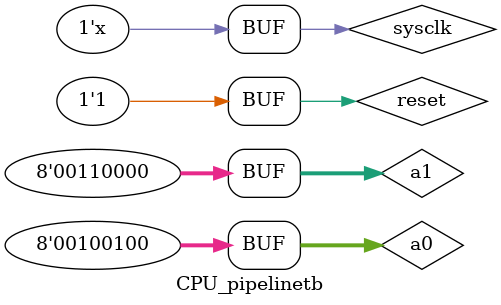
<source format=v>
`timescale 1ns/1ns
module CPU_pipelinetb;
reg reset,sysclk,UART_RX;
wire [7:0] led;
reg [7:0] switch;
wire [6:0] digi_out1,digi_out2,digi_out3,digi_out4;
wire UART_TX;
reg [7:0] a0,a1;
CPU_pipeline CPU1(sysclk,reset,led,switch,digi_out1,digi_out2,digi_out3,digi_out4,UART_RX,UART_TX);
initial begin
reset=1;
sysclk=0;
UART_RX=1;
a0=8'b00100100;//32
a1=8'b00110000;//48
UART_RX=1;
#23 reset=0;
#23 reset=1;
end
wire sam_clk;
reg Baud_clk;
reg [5:0]count;
reg [8:0] Count;
initial begin
Baud_clk<=0;
count<=0;
Count<=0;
end
Baud_Rate_Generator B1(.sys_clk(sysclk),.reset(reset),.sam_clk(sam_clk));
always@(posedge sam_clk or negedge reset)
begin
if(~reset) begin
Baud_clk<=0;
count<=0;
end
else begin
count<=count+1;
if(count==7) begin
Baud_clk<=~Baud_clk;
count<=0;
end
end
end
always @(posedge Baud_clk) begin
Count <= Count + 1;
if((Count >=10&&Count<20)||Count>=30) begin
UART_RX <= 1;
if(Count == 40)
Count <= 0;
end
else if(Count == 0)
UART_RX <= 0;  
else if(Count == 9)
UART_RX <= 1;
else if(Count>0&&Count<9)
UART_RX <= a0[Count - 1];
else if(Count == 20)
UART_RX <= 0;  
else if(Count == 29)
UART_RX <= 1;
else if(Count>20&&Count<29)
UART_RX <= a1[Count - 21];
end

always #50 sysclk<=~sysclk;
endmodule

</source>
